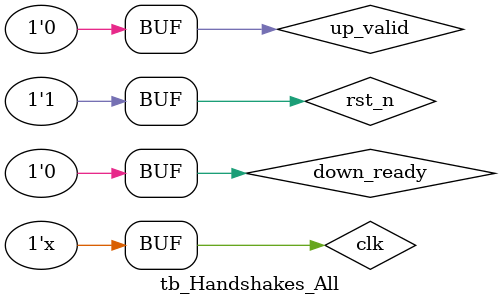
<source format=v>
`timescale 1 ns / 1 ps

module tb_Handshakes_All();
reg clk;
reg rst_n;
reg up_valid;
reg [7:0] up_data;
reg down_ready;
wire down_valid;
wire [7:0]down_data;
wire up_ready;

initial begin
	clk = 1'b0;
	rst_n = 1'b0;
	up_valid = 1'b0;
	up_data = 'd0;
	down_ready = 1'b0;
	#35
	rst_n = 1'b1;
	down_ready = 1'b0;
	up_valid = 1'b1;
	#40
	down_ready = 1'b1;
	#20
	down_ready = 1'b0;
	#60
	down_ready = 1'b1;
	#40
	down_ready = 1'b0;
	#60
	down_ready = 1'b1;
	#120
	down_ready = 1'b0;
	up_valid = 1'b0;
	#20
	down_ready = 1'b1;	
	#40
	down_ready = 1'b0;
end

always @(posedge clk)begin
	if(!rst_n)begin
		up_data <= 'd0;
	end
	else if(up_ready && up_valid)begin
		up_data <= {$random}%256;
	end
end


always #10 clk = ~clk;

	Handshakes_All #(
			.WORD_WIDTH(8)
		) inst_Handshakes_All (
			.clk        (clk),
			.rst_n      (rst_n),
			.up_valid   (up_valid),
			.up_data    (up_data),
			.down_ready (down_ready),
			.down_valid (down_valid),
			.down_data  (down_data),
			.up_ready   (up_ready)
		);


endmodule
</source>
